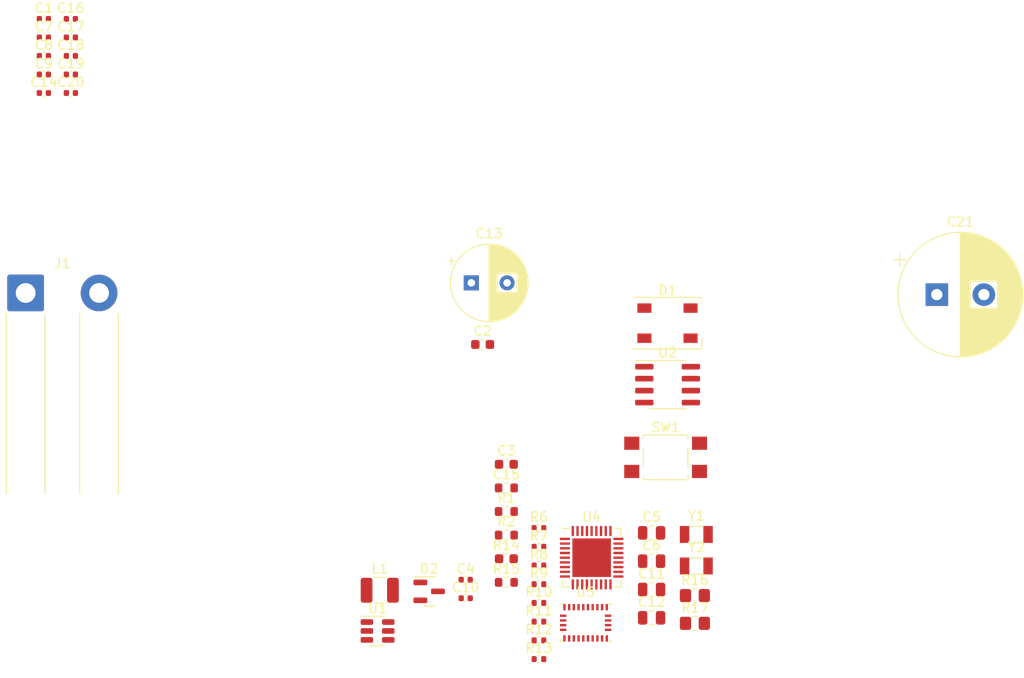
<source format=kicad_pcb>
(kicad_pcb (version 20221018) (generator pcbnew)
  (layers (0 "F.Cu" signal) (31 "B.Cu" signal) (34 "B.Paste" user) (35 "F.Paste" user) (36 "B.SilkS" user "B.Silkscreen") (37 "F.SilkS" user "F.Silkscreen") (38 "B.Mask" user) (39 "F.Mask" user) (44 "Edge.Cuts" user))
  (net 0 "")
  (net 1 "VCC")
  (net 2 "GND")
  (net 3 "Net-(U1-SW)")
  (net 4 "Net-(U1-CB)")
  (net 5 "+3.3V")
  (net 6 "Net-(U5-XIN32)")
  (net 7 "Net-(U5-CLKSEL1{slash}XOUT32)")
  (net 8 "Net-(U4-BOOT0)")
  (net 9 "Net-(U4-PD1)")
  (net 10 "Net-(U4-PD0)")
  (net 11 "Net-(D1-DIN)")
  (net 13 "/CAN+")
  (net 14 "/CAN-")
  (net 15 "Net-(U1-FB)")
  (net 16 "/MISO")
  (net 17 "Net-(U5-H_SDA{slash}MISO{slash}TX)")
  (net 18 "/SPICLK")
  (net 19 "Net-(U5-H_SCL{slash}SCLK{slash}RX)")
  (net 20 "/MOSI")
  (net 21 "Net-(U5-H_SA0{slash}MOSI)")
  (net 22 "Net-(U4-PA9)")
  (net 23 "/UART_TX")
  (net 24 "Net-(U4-PA12)")
  (net 25 "/CAN_TX")
  (net 26 "Net-(U4-PA7)")
  (net 27 "/UART_RX")
  (net 28 "Net-(U2-Rs)")
  (net 29 "Net-(R16-Pad2)")
  (net 30 "/CAN_RX")
  (net 32 "Net-(U4-NRST)")
  (net 38 "/ProtocolSel1")
  (net 39 "/ProtocolSel0")
  (net 41 "/SWDIO")
  (net 42 "/SWCLK")
  (net 44 "/SWO")
  (net 49 "Net-(U5-CAP)")
  (net 50 "/NRST")
  (net 51 "/~{IMU_INTR}")
  (footprint "Package_DFN_QFN:QFN-36-1EP_6x6mm_P0.5mm_EP4.1x4.1mm" (layer "F.Cu") (at 59.13 57.77)
    (fp_text reference "U4" (at 0 -4.32) (layer "F.SilkS"))
    (fp_text value "STM32F103T8Ux")
    (pad "1" smd roundrect (at -2.8375 -2) (size 1.075 0.25) (layers "F.Cu" "F.Paste" "F.Mask") (net 5 "+3.3V"))
    (pad "2" smd roundrect (at -2.8375 -1.5) (size 1.075 0.25) (layers "F.Cu" "F.Paste" "F.Mask") (net 10 "Net-(U4-PD0)"))
    (pad "3" smd roundrect (at -2.8375 -1) (size 1.075 0.25) (layers "F.Cu" "F.Paste" "F.Mask") (net 9 "Net-(U4-PD1)"))
    (pad "4" smd roundrect (at -2.8375 -0.5) (size 1.075 0.25) (layers "F.Cu" "F.Paste" "F.Mask") (net 32 "Net-(U4-NRST)"))
    (pad "5" smd roundrect (at -2.8375 0) (size 1.075 0.25) (layers "F.Cu" "F.Paste" "F.Mask") (net 2 "GND"))
    (pad "6" smd roundrect (at -2.8375 0.5) (size 1.075 0.25) (layers "F.Cu" "F.Paste" "F.Mask") (net 5 "+3.3V"))
    (pad "7" smd roundrect (at -2.8375 1) (size 1.075 0.25) (layers "F.Cu" "F.Paste" "F.Mask"))
    (pad "8" smd roundrect (at -2.8375 1.5) (size 1.075 0.25) (layers "F.Cu" "F.Paste" "F.Mask"))
    (pad "9" smd roundrect (at -2.8375 2) (size 1.075 0.25) (layers "F.Cu" "F.Paste" "F.Mask") (net 11 "Net-(D1-DIN)"))
    (pad "10" smd roundrect (at -2 2.8375) (size 0.25 1.075) (layers "F.Cu" "F.Paste" "F.Mask"))
    (pad "11" smd roundrect (at -1.5 2.8375) (size 0.25 1.075) (layers "F.Cu" "F.Paste" "F.Mask"))
    (pad "12" smd roundrect (at -1 2.8375) (size 0.25 1.075) (layers "F.Cu" "F.Paste" "F.Mask") (net 18 "/SPICLK"))
    (pad "13" smd roundrect (at -0.5 2.8375) (size 0.25 1.075) (layers "F.Cu" "F.Paste" "F.Mask") (net 16 "/MISO"))
    (pad "14" smd roundrect (at 0 2.8375) (size 0.25 1.075) (layers "F.Cu" "F.Paste" "F.Mask") (net 26 "Net-(U4-PA7)"))
    (pad "15" smd roundrect (at 0.5 2.8375) (size 0.25 1.075) (layers "F.Cu" "F.Paste" "F.Mask"))
    (pad "16" smd roundrect (at 1 2.8375) (size 0.25 1.075) (layers "F.Cu" "F.Paste" "F.Mask") (net 38 "/ProtocolSel1"))
    (pad "17" smd roundrect (at 1.5 2.8375) (size 0.25 1.075) (layers "F.Cu" "F.Paste" "F.Mask") (net 39 "/ProtocolSel0"))
    (pad "18" smd roundrect (at 2 2.8375) (size 0.25 1.075) (layers "F.Cu" "F.Paste" "F.Mask") (net 2 "GND"))
    (pad "19" smd roundrect (at 2.8375 2) (size 1.075 0.25) (layers "F.Cu" "F.Paste" "F.Mask") (net 5 "+3.3V"))
    (pad "20" smd roundrect (at 2.8375 1.5) (size 1.075 0.25) (layers "F.Cu" "F.Paste" "F.Mask"))
    (pad "21" smd roundrect (at 2.8375 1) (size 1.075 0.25) (layers "F.Cu" "F.Paste" "F.Mask") (net 22 "Net-(U4-PA9)"))
    (pad "22" smd roundrect (at 2.8375 0.5) (size 1.075 0.25) (layers "F.Cu" "F.Paste" "F.Mask") (net 27 "/UART_RX"))
    (pad "23" smd roundrect (at 2.8375 0) (size 1.075 0.25) (layers "F.Cu" "F.Paste" "F.Mask") (net 30 "/CAN_RX"))
    (pad "24" smd roundrect (at 2.8375 -0.5) (size 1.075 0.25) (layers "F.Cu" "F.Paste" "F.Mask") (net 24 "Net-(U4-PA12)"))
    (pad "25" smd roundrect (at 2.8375 -1) (size 1.075 0.25) (layers "F.Cu" "F.Paste" "F.Mask") (net 41 "/SWDIO"))
    (pad "26" smd roundrect (at 2.8375 -1.5) (size 1.075 0.25) (layers "F.Cu" "F.Paste" "F.Mask") (net 2 "GND"))
    (pad "27" smd roundrect (at 2.8375 -2) (size 1.075 0.25) (layers "F.Cu" "F.Paste" "F.Mask") (net 5 "+3.3V"))
    (pad "28" smd roundrect (at 2 -2.8375) (size 0.25 1.075) (layers "F.Cu" "F.Paste" "F.Mask") (net 42 "/SWCLK"))
    (pad "29" smd roundrect (at 1.5 -2.8375) (size 0.25 1.075) (layers "F.Cu" "F.Paste" "F.Mask"))
    (pad "30" smd roundrect (at 1 -2.8375) (size 0.25 1.075) (layers "F.Cu" "F.Paste" "F.Mask") (net 44 "/SWO"))
    (pad "31" smd roundrect (at 0.5 -2.8375) (size 0.25 1.075) (layers "F.Cu" "F.Paste" "F.Mask"))
    (pad "32" smd roundrect (at 0 -2.8375) (size 0.25 1.075) (layers "F.Cu" "F.Paste" "F.Mask"))
    (pad "33" smd roundrect (at -0.5 -2.8375) (size 0.25 1.075) (layers "F.Cu" "F.Paste" "F.Mask"))
    (pad "34" smd roundrect (at -1 -2.8375) (size 0.25 1.075) (layers "F.Cu" "F.Paste" "F.Mask"))
    (pad "35" smd roundrect (at -1.5 -2.8375) (size 0.25 1.075) (layers "F.Cu" "F.Paste" "F.Mask") (net 8 "Net-(U4-BOOT0)"))
    (pad "36" smd roundrect (at -2 -2.8375) (size 0.25 1.075) (layers "F.Cu" "F.Paste" "F.Mask") (net 2 "GND"))
    (pad "37" smd rect (at 0 0) (size 4.1 4.1) (layers "F.Cu" "F.Mask") (net 2 "GND"))
  )
  (footprint "Resistor_SMD:R_0603_1608Metric" (layer "F.Cu") (at 50.07 52.86)
    (fp_text reference "R1" (at 0 -1.43) (layer "F.SilkS"))
    (fp_text value "51k")
    (pad "1" smd roundrect (at -0.825 0) (size 0.8 0.95) (layers "F.Cu" "F.Paste" "F.Mask") (net 3 "Net-(U1-SW)"))
    (pad "2" smd roundrect (at 0.825 0) (size 0.8 0.95) (layers "F.Cu" "F.Paste" "F.Mask") (net 15 "Net-(U1-FB)"))
  )
  (footprint "Crystal:Crystal_SMD_3215-2Pin_3.2x1.5mm" (layer "F.Cu") (at 70.25 58.65)
    (fp_text reference "Y2" (at 0 -2) (layer "F.SilkS"))
    (fp_text value "STMCRYSTAL")
    (pad "1" smd rect (at 1.25 0) (size 1 1.8) (layers "F.Cu" "F.Paste" "F.Mask") (net 10 "Net-(U4-PD0)"))
    (pad "2" smd rect (at -1.25 0) (size 1 1.8) (layers "F.Cu" "F.Paste" "F.Mask") (net 9 "Net-(U4-PD1)"))
  )
  (footprint "Capacitor_SMD:C_0402_1005Metric" (layer "F.Cu") (at 0.935 8.365)
    (fp_text reference "C14" (at 0 -1.16) (layer "F.SilkS"))
    (fp_text value "100nF")
    (pad "1" smd roundrect (at -0.48 0) (size 0.56 0.62) (layers "F.Cu" "F.Paste" "F.Mask") (net 2 "GND"))
    (pad "2" smd roundrect (at 0.48 0) (size 0.56 0.62) (layers "F.Cu" "F.Paste" "F.Mask") (net 32 "Net-(U4-NRST)"))
  )
  (footprint "Package_TO_SOT_SMD:SOT-23" (layer "F.Cu") (at 41.87 61.35)
    (fp_text reference "D2" (at 0 -2.4) (layer "F.SilkS"))
    (fp_text value "NUP2105L")
    (pad "1" smd roundrect (at -0.9375 -0.95) (size 1.475 0.6) (layers "F.Cu" "F.Paste" "F.Mask") (net 13 "/CAN+"))
    (pad "2" smd roundrect (at -0.9375 0.95) (size 1.475 0.6) (layers "F.Cu" "F.Paste" "F.Mask") (net 14 "/CAN-"))
    (pad "3" smd roundrect (at 0.9375 0) (size 1.475 0.6) (layers "F.Cu" "F.Paste" "F.Mask") (net 2 "GND"))
  )
  (footprint "LED_SMD:LED_SK6812_PLCC4_5.0x5.0mm_P3.2mm" (layer "F.Cu") (at 67.185 32.835)
    (fp_text reference "D1" (at 0 -3.5) (layer "F.SilkS"))
    (fp_text value "SK6812")
    (pad "1" smd rect (at 2.45 1.6) (size 1.5 1) (layers "F.Cu" "F.Paste" "F.Mask") (net 2 "GND"))
    (pad "2" smd rect (at 2.45 -1.6) (size 1.5 1) (layers "F.Cu" "F.Paste" "F.Mask") (net 11 "Net-(D1-DIN)"))
    (pad "3" smd rect (at -2.45 -1.6) (size 1.5 1) (layers "F.Cu" "F.Paste" "F.Mask") (net 5 "+3.3V"))
    (pad "4" smd rect (at -2.45 1.6) (size 1.5 1) (layers "F.Cu" "F.Paste" "F.Mask"))
  )
  (footprint "Package_SO:SOIC-8_3.9x4.9mm_P1.27mm" (layer "F.Cu") (at 67.2 39.37)
    (fp_text reference "U2" (at 0 -3.4) (layer "F.SilkS"))
    (fp_text value "SN65HVD230")
    (pad "1" smd roundrect (at -2.475 -1.905) (size 1.95 0.6) (layers "F.Cu" "F.Paste" "F.Mask") (net 25 "/CAN_TX"))
    (pad "2" smd roundrect (at -2.475 -0.635) (size 1.95 0.6) (layers "F.Cu" "F.Paste" "F.Mask") (net 2 "GND"))
    (pad "3" smd roundrect (at -2.475 0.635) (size 1.95 0.6) (layers "F.Cu" "F.Paste" "F.Mask") (net 5 "+3.3V"))
    (pad "4" smd roundrect (at -2.475 1.905) (size 1.95 0.6) (layers "F.Cu" "F.Paste" "F.Mask") (net 30 "/CAN_RX"))
    (pad "5" smd roundrect (at 2.475 1.905) (size 1.95 0.6) (layers "F.Cu" "F.Paste" "F.Mask"))
    (pad "6" smd roundrect (at 2.475 0.635) (size 1.95 0.6) (layers "F.Cu" "F.Paste" "F.Mask") (net 14 "/CAN-"))
    (pad "7" smd roundrect (at 2.475 -0.635) (size 1.95 0.6) (layers "F.Cu" "F.Paste" "F.Mask") (net 13 "/CAN+"))
    (pad "8" smd roundrect (at 2.475 -1.905) (size 1.95 0.6) (layers "F.Cu" "F.Paste" "F.Mask") (net 28 "Net-(U2-Rs)"))
  )
  (footprint "Package_TO_SOT_SMD:SOT-23-6" (layer "F.Cu") (at 36.39 65.56)
    (fp_text reference "U1" (at 0 -2.4) (layer "F.SilkS"))
    (fp_text value "TPS560430X3FDBVR")
    (pad "1" smd roundrect (at -1.1375 -0.95) (size 1.325 0.6) (layers "F.Cu" "F.Paste" "F.Mask") (net 4 "Net-(U1-CB)"))
    (pad "2" smd roundrect (at -1.1375 0) (size 1.325 0.6) (layers "F.Cu" "F.Paste" "F.Mask") (net 2 "GND"))
    (pad "3" smd roundrect (at -1.1375 0.95) (size 1.325 0.6) (layers "F.Cu" "F.Paste" "F.Mask") (net 15 "Net-(U1-FB)"))
    (pad "4" smd roundrect (at 1.1375 0.95) (size 1.325 0.6) (layers "F.Cu" "F.Paste" "F.Mask") (net 1 "VCC"))
    (pad "5" smd roundrect (at 1.1375 0) (size 1.325 0.6) (layers "F.Cu" "F.Paste" "F.Mask") (net 1 "VCC"))
    (pad "6" smd roundrect (at 1.1375 -0.95) (size 1.325 0.6) (layers "F.Cu" "F.Paste" "F.Mask") (net 3 "Net-(U1-SW)"))
  )
  (footprint "Resistor_SMD:R_0402_1005Metric" (layer "F.Cu") (at 53.53 62.58)
    (fp_text reference "R10" (at 0 -1.17) (layer "F.SilkS"))
    (fp_text value "0")
    (pad "1" smd roundrect (at -0.51 0) (size 0.54 0.64) (layers "F.Cu" "F.Paste" "F.Mask") (net 24 "Net-(U4-PA12)"))
    (pad "2" smd roundrect (at 0.51 0) (size 0.54 0.64) (layers "F.Cu" "F.Paste" "F.Mask") (net 25 "/CAN_TX"))
  )
  (footprint "Resistor_SMD:R_0402_1005Metric" (layer "F.Cu") (at 53.53 56.61)
    (fp_text reference "R7" (at 0 -1.17) (layer "F.SilkS"))
    (fp_text value "0")
    (pad "1" smd roundrect (at -0.51 0) (size 0.54 0.64) (layers "F.Cu" "F.Paste" "F.Mask") (net 18 "/SPICLK"))
    (pad "2" smd roundrect (at 0.51 0) (size 0.54 0.64) (layers "F.Cu" "F.Paste" "F.Mask") (net 19 "Net-(U5-H_SCL{slash}SCLK{slash}RX)"))
  )
  (footprint "Resistor_SMD:R_0805_2012Metric_Pad1.20x1.40mm_HandSolder" (layer "F.Cu") (at 70.1 61.8)
    (fp_text reference "R16" (at 0 -1.65) (layer "F.SilkS"))
    (fp_text value "56")
    (pad "1" smd roundrect (at -1 0) (size 1.2 1.4) (layers "F.Cu" "F.Paste" "F.Mask") (roundrect_rratio 0.208333) (net 13 "/CAN+"))
    (pad "2" smd roundrect (at 1 0) (size 1.2 1.4) (layers "F.Cu" "F.Paste" "F.Mask") (roundrect_rratio 0.208333) (net 29 "Net-(R16-Pad2)"))
  )
  (footprint "Resistor_SMD:R_0805_2012Metric_Pad1.20x1.40mm_HandSolder" (layer "F.Cu") (at 70.1 64.75)
    (fp_text reference "R17" (at 0 -1.65) (layer "F.SilkS"))
    (fp_text value "56")
    (pad "1" smd roundrect (at -1 0) (size 1.2 1.4) (layers "F.Cu" "F.Paste" "F.Mask") (roundrect_rratio 0.208333) (net 29 "Net-(R16-Pad2)"))
    (pad "2" smd roundrect (at 1 0) (size 1.2 1.4) (layers "F.Cu" "F.Paste" "F.Mask") (roundrect_rratio 0.208333) (net 14 "/CAN-"))
  )
  (footprint "Capacitor_SMD:C_0603_1608Metric" (layer "F.Cu") (at 47.55 35.1)
    (fp_text reference "C2" (at 0 -1.43) (layer "F.SilkS"))
    (fp_text value "2.2uF")
    (pad "1" smd roundrect (at -0.775 0) (size 0.9 0.95) (layers "F.Cu" "F.Paste" "F.Mask") (net 1 "VCC"))
    (pad "2" smd roundrect (at 0.775 0) (size 0.9 0.95) (layers "F.Cu" "F.Paste" "F.Mask") (net 2 "GND"))
  )
  (footprint "Capacitor_SMD:C_0402_1005Metric" (layer "F.Cu") (at 3.805 2.455)
    (fp_text reference "C17" (at 0 -1.16) (layer "F.SilkS"))
    (fp_text value "100nF")
    (pad "1" smd roundrect (at -0.48 0) (size 0.56 0.62) (layers "F.Cu" "F.Paste" "F.Mask") (net 5 "+3.3V"))
    (pad "2" smd roundrect (at 0.48 0) (size 0.56 0.62) (layers "F.Cu" "F.Paste" "F.Mask") (net 2 "GND"))
  )
  (footprint "Resistor_SMD:R_0402_1005Metric" (layer "F.Cu") (at 53.53 66.56)
    (fp_text reference "R12" (at 0 -1.17) (layer "F.SilkS"))
    (fp_text value "0")
    (pad "1" smd roundrect (at -0.51 0) (size 0.54 0.64) (layers "F.Cu" "F.Paste" "F.Mask") (net 23 "/UART_TX"))
    (pad "2" smd roundrect (at 0.51 0) (size 0.54 0.64) (layers "F.Cu" "F.Paste" "F.Mask") (net 18 "/SPICLK"))
  )
  (footprint "Package_LGA:LGA-28_5.2x3.8mm_P0.5mm" (layer "F.Cu") (at 58.49 64.69)
    (fp_text reference "U5" (at 0 -3.25) (layer "F.SilkS"))
    (fp_text value "BNO085")
    (pad "1" smd rect (at -2.25 -1.6625) (size 0.254 0.675) (layers "F.Cu" "F.Paste" "F.Mask"))
    (pad "2" smd rect (at -2.3875 -0.75 90) (size 0.254 0.675) (layers "F.Cu" "F.Paste" "F.Mask") (net 2 "GND"))
    (pad "3" smd rect (at -2.3875 -0.25 90) (size 0.254 0.675) (layers "F.Cu" "F.Paste" "F.Mask") (net 5 "+3.3V"))
    (pad "4" smd rect (at -2.3875 0.25 90) (size 0.254 0.675) (layers "F.Cu" "F.Paste" "F.Mask") (net 5 "+3.3V"))
    (pad "5" smd rect (at -2.3875 0.75 90) (size 0.254 0.675) (layers "F.Cu" "F.Paste" "F.Mask") (net 38 "/ProtocolSel1"))
    (pad "6" smd rect (at -2.25 1.6625) (size 0.254 0.675) (layers "F.Cu" "F.Paste" "F.Mask") (net 39 "/ProtocolSel0"))
    (pad "7" smd rect (at -1.75 1.6625) (size 0.254 0.675) (layers "F.Cu" "F.Paste" "F.Mask"))
    (pad "8" smd rect (at -1.25 1.6625) (size 0.254 0.675) (layers "F.Cu" "F.Paste" "F.Mask"))
    (pad "9" smd rect (at -0.75 1.6625) (size 0.254 0.675) (layers "F.Cu" "F.Paste" "F.Mask") (net 49 "Net-(U5-CAP)"))
    (pad "10" smd rect (at -0.25 1.6625) (size 0.254 0.675) (layers "F.Cu" "F.Paste" "F.Mask") (net 2 "GND"))
    (pad "11" smd rect (at 0.25 1.6625) (size 0.254 0.675) (layers "F.Cu" "F.Paste" "F.Mask") (net 50 "/NRST"))
    (pad "12" smd rect (at 0.75 1.6625) (size 0.254 0.675) (layers "F.Cu" "F.Paste" "F.Mask"))
    (pad "13" smd rect (at 1.25 1.6625) (size 0.254 0.675) (layers "F.Cu" "F.Paste" "F.Mask"))
    (pad "14" smd rect (at 1.75 1.6625) (size 0.254 0.675) (layers "F.Cu" "F.Paste" "F.Mask") (net 51 "/~{IMU_INTR}"))
    (pad "15" smd rect (at 2.25 1.6625) (size 0.254 0.675) (layers "F.Cu" "F.Paste" "F.Mask"))
    (pad "16" smd rect (at 2.3875 0.75 90) (size 0.254 0.675) (layers "F.Cu" "F.Paste" "F.Mask"))
    (pad "17" smd rect (at 2.3875 0.25 90) (size 0.254 0.675) (layers "F.Cu" "F.Paste" "F.Mask") (net 21 "Net-(U5-H_SA0{slash}MOSI)"))
    (pad "18" smd rect (at 2.3875 -0.25 90) (size 0.254 0.675) (layers "F.Cu" "F.Paste" "F.Mask"))
    (pad "19" smd rect (at 2.3875 -0.75 90) (size 0.254 0.675) (layers "F.Cu" "F.Paste" "F.Mask") (net 19 "Net-(U5-H_SCL{slash}SCLK{slash}RX)"))
    (pad "20" smd rect (at 2.25 -1.6625) (size 0.254 0.675) (layers "F.Cu" "F.Paste" "F.Mask") (net 17 "Net-(U5-H_SDA{slash}MISO{slash}TX)"))
    (pad "21" smd rect (at 1.75 -1.6625) (size 0.254 0.675) (layers "F.Cu" "F.Paste" "F.Mask"))
    (pad "22" smd rect (at 1.25 -1.6625) (size 0.254 0.675) (layers "F.Cu" "F.Paste" "F.Mask"))
    (pad "23" smd rect (at 0.75 -1.6625) (size 0.254 0.675) (layers "F.Cu" "F.Paste" "F.Mask"))
    (pad "24" smd rect (at 0.25 -1.6625) (size 0.254 0.675) (layers "F.Cu" "F.Paste" "F.Mask"))
    (pad "25" smd rect (at -0.25 -1.6625) (size 0.254 0.675) (layers "F.Cu" "F.Paste" "F.Mask") (net 2 "GND"))
    (pad "26" smd rect (at -0.75 -1.6625) (size 0.254 0.675) (layers "F.Cu" "F.Paste" "F.Mask"))
    (pad "27" smd rect (at -1.25 -1.6625) (size 0.254 0.675) (layers "F.Cu" "F.Paste" "F.Mask") (net 6 "Net-(U5-XIN32)"))
    (pad "28" smd rect (at -1.75 -1.6625) (size 0.254 0.675) (layers "F.Cu" "F.Paste" "F.Mask") (net 5 "+3.3V"))
  )
  (footprint "Capacitor_THT:CP_Radial_D8.0mm_P3.80mm" (layer "F.Cu") (at 46.347349 28.55)
    (fp_text reference "C13" (at 1.9 -5.25) (layer "F.SilkS"))
    (fp_text value "Bulk")
    (pad "1" thru_hole rect (at 0 0) (size 1.6 1.6) (drill 0.8) (layers "*.Cu" "*.Mask") (net 1 "VCC"))
    (pad "2" thru_hole circle (at 3.8 0) (size 1.6 1.6) (drill 0.8) (layers "*.Cu" "*.Mask") (net 2 "GND"))
  )
  (footprint "Capacitor_SMD:C_0805_2012Metric" (layer "F.Cu") (at 65.5 58.14)
    (fp_text reference "C6" (at 0 -1.68) (layer "F.SilkS"))
    (fp_text value "22pF")
    (pad "1" smd roundrect (at -0.95 0) (size 1 1.45) (layers "F.Cu" "F.Paste" "F.Mask") (net 7 "Net-(U5-CLKSEL1{slash}XOUT32)"))
    (pad "2" smd roundrect (at 0.95 0) (size 1 1.45) (layers "F.Cu" "F.Paste" "F.Mask") (net 2 "GND"))
  )
  (footprint "Resistor_SMD:R_0402_1005Metric" (layer "F.Cu") (at 53.53 60.59)
    (fp_text reference "R9" (at 0 -1.17) (layer "F.SilkS"))
    (fp_text value "0")
    (pad "1" smd roundrect (at -0.51 0) (size 0.54 0.64) (layers "F.Cu" "F.Paste" "F.Mask") (net 22 "Net-(U4-PA9)"))
    (pad "2" smd roundrect (at 0.51 0) (size 0.54 0.64) (layers "F.Cu" "F.Paste" "F.Mask") (net 23 "/UART_TX"))
  )
  (footprint "Crystal:Crystal_SMD_3215-2Pin_3.2x1.5mm" (layer "F.Cu") (at 70.25 55.3)
    (fp_text reference "Y1" (at 0 -2) (layer "F.SilkS"))
    (fp_text value "G43270019")
    (pad "1" smd rect (at 1.25 0) (size 1 1.8) (layers "F.Cu" "F.Paste" "F.Mask") (net 7 "Net-(U5-CLKSEL1{slash}XOUT32)"))
    (pad "2" smd rect (at -1.25 0) (size 1 1.8) (layers "F.Cu" "F.Paste" "F.Mask") (net 6 "Net-(U5-XIN32)"))
  )
  (footprint "Capacitor_SMD:C_0603_1608Metric" (layer "F.Cu") (at 50.07 47.84)
    (fp_text reference "C3" (at 0 -1.43) (layer "F.SilkS"))
    (fp_text value "100nF")
    (pad "1" smd roundrect (at -0.775 0) (size 0.9 0.95) (layers "F.Cu" "F.Paste" "F.Mask") (net 3 "Net-(U1-SW)"))
    (pad "2" smd roundrect (at 0.775 0) (size 0.9 0.95) (layers "F.Cu" "F.Paste" "F.Mask") (net 4 "Net-(U1-CB)"))
  )
  (footprint "Capacitor_SMD:C_0805_2012Metric" (layer "F.Cu") (at 65.5 55.13)
    (fp_text reference "C5" (at 0 -1.68) (layer "F.SilkS"))
    (fp_text value "22pF")
    (pad "1" smd roundrect (at -0.95 0) (size 1 1.45) (layers "F.Cu" "F.Paste" "F.Mask") (net 6 "Net-(U5-XIN32)"))
    (pad "2" smd roundrect (at 0.95 0) (size 1 1.45) (layers "F.Cu" "F.Paste" "F.Mask") (net 2 "GND"))
  )
  (footprint "Capacitor_SMD:C_0402_1005Metric" (layer "F.Cu") (at 0.935 2.455)
    (fp_text reference "C7" (at 0 -1.16) (layer "F.SilkS"))
    (fp_text value "100nF")
    (pad "1" smd roundrect (at -0.48 0) (size 0.56 0.62) (layers "F.Cu" "F.Paste" "F.Mask") (net 2 "GND"))
    (pad "2" smd roundrect (at 0.48 0) (size 0.56 0.62) (layers "F.Cu" "F.Paste" "F.Mask") (net 49 "Net-(U5-CAP)"))
  )
  (footprint "Inductor_SMD:L_1210_3225Metric" (layer "F.Cu") (at 36.62 61.23)
    (fp_text reference "L1" (at 0 -2.28) (layer "F.SilkS"))
    (fp_text value "12uH")
    (pad "1" smd roundrect (at -1.4 0) (size 1.25 2.65) (layers "F.Cu" "F.Paste" "F.Mask") (roundrect_rratio 0.2) (net 3 "Net-(U1-SW)"))
    (pad "2" smd roundrect (at 1.4 0) (size 1.25 2.65) (layers "F.Cu" "F.Paste" "F.Mask") (roundrect_rratio 0.2) (net 5 "+3.3V"))
  )
  (footprint "Capacitor_THT:CP_Radial_D13.0mm_P5.00mm" (layer "F.Cu") (at 95.8 29.8)
    (fp_text reference "C21" (at 2.5 -7.75) (layer "F.SilkS"))
    (fp_text value "Super")
    (pad "1" thru_hole rect (at 0 0) (size 2.4 2.4) (drill 1.2) (layers "*.Cu" "*.Mask") (net 5 "+3.3V"))
    (pad "2" thru_hole circle (at 5 0) (size 2.4 2.4) (drill 1.2) (layers "*.Cu" "*.Mask") (net 2 "GND"))
  )
  (footprint "Connector_Wire:SolderWire-1.5sqmm_1x02_P7.8mm_D1.7mm_OD3.9mm_Relief" (layer "F.Cu") (at -1 29.625)
    (fp_text reference "J1" (at 3.9 -3.15) (layer "F.SilkS"))
    (fp_text value "CANConn")
    (pad "" np_thru_hole circle (at 0 23.4) (size 4.4 4.4) (drill 4.4) (layers "*.Cu" "*.Mask"))
    (pad "" np_thru_hole circle (at 7.8 23.4) (size 4.4 4.4) (drill 4.4) (layers "*.Cu" "*.Mask"))
    (pad "1" thru_hole roundrect (at 0 0) (size 3.9 3.9) (drill 2.1) (layers "*.Cu" "*.Mask") (roundrect_rratio 0.064103) (net 13 "/CAN+"))
    (pad "2" thru_hole circle (at 7.8 0) (size 3.9 3.9) (drill 2.1) (layers "*.Cu" "*.Mask") (net 14 "/CAN-"))
  )
  (footprint "Resistor_SMD:R_0402_1005Metric" (layer "F.Cu") (at 53.53 64.57)
    (fp_text reference "R11" (at 0 -1.17) (layer "F.SilkS"))
    (fp_text value "0")
    (pad "1" smd roundrect (at -0.51 0) (size 0.54 0.64) (layers "F.Cu" "F.Paste" "F.Mask") (net 26 "Net-(U4-PA7)"))
    (pad "2" smd roundrect (at 0.51 0) (size 0.54 0.64) (layers "F.Cu" "F.Paste" "F.Mask") (net 20 "/MOSI"))
  )
  (footprint "Capacitor_SMD:C_0402_1005Metric" (layer "F.Cu") (at 0.935 0.485)
    (fp_text reference "C1" (at 0 -1.16) (layer "F.SilkS"))
    (fp_text value "100nF")
    (pad "1" smd roundrect (at -0.48 0) (size 0.56 0.62) (layers "F.Cu" "F.Paste" "F.Mask") (net 5 "+3.3V"))
    (pad "2" smd roundrect (at 0.48 0) (size 0.56 0.62) (layers "F.Cu" "F.Paste" "F.Mask") (net 2 "GND"))
  )
  (footprint "Capacitor_SMD:C_0805_2012Metric" (layer "F.Cu") (at 65.5 64.16)
    (fp_text reference "C12" (at 0 -1.68) (layer "F.SilkS"))
    (fp_text value "22pF")
    (pad "1" smd roundrect (at -0.95 0) (size 1 1.45) (layers "F.Cu" "F.Paste" "F.Mask") (net 10 "Net-(U4-PD0)"))
    (pad "2" smd roundrect (at 0.95 0) (size 1 1.45) (layers "F.Cu" "F.Paste" "F.Mask") (net 2 "GND"))
  )
  (footprint "Resistor_SMD:R_0402_1005Metric" (layer "F.Cu") (at 53.53 68.55)
    (fp_text reference "R13" (at 0 -1.17) (layer "F.SilkS"))
    (fp_text value "0")
    (pad "1" smd roundrect (at -0.51 0) (size 0.54 0.64) (layers "F.Cu" "F.Paste" "F.Mask") (net 16 "/MISO"))
    (pad "2" smd roundrect (at 0.51 0) (size 0.54 0.64) (layers "F.Cu" "F.Paste" "F.Mask") (net 27 "/UART_RX"))
  )
  (footprint "Resistor_SMD:R_0603_1608Metric" (layer "F.Cu") (at 50.07 50.35)
    (fp_text reference "C15" (at 0 -1.43) (layer "F.SilkS"))
    (fp_text value "1uF")
    (pad "1" smd roundrect (at -0.825 0) (size 0.8 0.95) (layers "F.Cu" "F.Paste" "F.Mask") (net 5 "+3.3V"))
    (pad "2" smd roundrect (at 0.825 0) (size 0.8 0.95) (layers "F.Cu" "F.Paste" "F.Mask") (net 2 "GND"))
  )
  (footprint "Capacitor_SMD:C_0402_1005Metric" (layer "F.Cu") (at 3.805 0.485)
    (fp_text reference "C16" (at 0 -1.16) (layer "F.SilkS"))
    (fp_text value "100nF")
    (pad "1" smd roundrect (at -0.48 0) (size 0.56 0.62) (layers "F.Cu" "F.Paste" "F.Mask") (net 5 "+3.3V"))
    (pad "2" smd roundrect (at 0.48 0) (size 0.56 0.62) (layers "F.Cu" "F.Paste" "F.Mask") (net 2 "GND"))
  )
  (footprint "Button_Switch_SMD:SW_SPST_TL3305A" (layer "F.Cu") (at 66.99 47.1)
    (fp_text reference "SW1" (at 0 -3.2) (layer "F.SilkS"))
    (fp_text value "RST")
    (pad "1" smd rect (at -3.6 -1.5) (size 1.6 1.4) (layers "F.Cu" "F.Paste" "F.Mask") (net 2 "GND"))
    (pad "1" smd rect (at 3.6 -1.5) (size 1.6 1.4) (layers "F.Cu" "F.Paste" "F.Mask") (net 2 "GND"))
    (pad "2" smd rect (at -3.6 1.5) (size 1.6 1.4) (layers "F.Cu" "F.Paste" "F.Mask") (net 8 "Net-(U4-BOOT0)"))
    (pad "2" smd rect (at 3.6 1.5) (size 1.6 1.4) (layers "F.Cu" "F.Paste" "F.Mask") (net 8 "Net-(U4-BOOT0)"))
  )
  (footprint "Resistor_SMD:R_0603_1608Metric" (layer "F.Cu") (at 50.07 60.39)
    (fp_text reference "R15" (at 0 -1.43) (layer "F.SilkS"))
    (fp_text value "100k")
    (pad "1" smd roundrect (at -0.825 0) (size 0.8 0.95) (layers "F.Cu" "F.Paste" "F.Mask") (net 2 "GND"))
    (pad "2" smd roundrect (at 0.825 0) (size 0.8 0.95) (layers "F.Cu" "F.Paste" "F.Mask") (net 28 "Net-(U2-Rs)"))
  )
  (footprint "Resistor_SMD:R_0402_1005Metric" (layer "F.Cu") (at 53.53 54.62)
    (fp_text reference "R6" (at 0 -1.17) (layer "F.SilkS"))
    (fp_text value "0")
    (pad "1" smd roundrect (at -0.51 0) (size 0.54 0.64) (layers "F.Cu" "F.Paste" "F.Mask") (net 16 "/MISO"))
    (pad "2" smd roundrect (at 0.51 0) (size 0.54 0.64) (layers "F.Cu" "F.Paste" "F.Mask") (net 17 "Net-(U5-H_SDA{slash}MISO{slash}TX)"))
  )
  (footprint "Capacitor_SMD:C_0805_2012Metric" (layer "F.Cu") (at 65.5 61.15)
    (fp_text reference "C11" (at 0 -1.68) (layer "F.SilkS"))
    (fp_text value "22pF")
    (pad "1" smd roundrect (at -0.95 0) (size 1 1.45) (layers "F.Cu" "F.Paste" "F.Mask") (net 9 "Net-(U4-PD1)"))
    (pad "2" smd roundrect (at 0.95 0) (size 1 1.45) (layers "F.Cu" "F.Paste" "F.Mask") (net 2 "GND"))
  )
  (footprint "Capacitor_SMD:C_0402_1005Metric" (layer "F.Cu") (at 45.75 60.11)
    (fp_text reference "C4" (at 0 -1.16) (layer "F.SilkS"))
    (fp_text value "22uF")
    (pad "1" smd roundrect (at -0.48 0) (size 0.56 0.62) (layers "F.Cu" "F.Paste" "F.Mask") (net 5 "+3.3V"))
    (pad "2" smd roundrect (at 0.48 0) (size 0.56 0.62) (layers "F.Cu" "F.Paste" "F.Mask") (net 2 "GND"))
  )
  (footprint "Resistor_SMD:R_0402_1005Metric" (layer "F.Cu") (at 53.53 58.6)
    (fp_text reference "R8" (at 0 -1.17) (layer "F.SilkS"))
    (fp_text value "0")
    (pad "1" smd roundrect (at -0.51 0) (size 0.54 0.64) (layers "F.Cu" "F.Paste" "F.Mask") (net 20 "/MOSI"))
    (pad "2" smd roundrect (at 0.51 0) (size 0.54 0.64) (layers "F.Cu" "F.Paste" "F.Mask") (net 21 "Net-(U5-H_SA0{slash}MOSI)"))
  )
  (footprint "Capacitor_SMD:C_0402_1005Metric" (layer "F.Cu") (at 3.805 6.395)
    (fp_text reference "C19" (at 0 -1.16) (layer "F.SilkS"))
    (fp_text value "100nF")
    (pad "1" smd roundrect (at -0.48 0) (size 0.56 0.62) (layers "F.Cu" "F.Paste" "F.Mask") (net 5 "+3.3V"))
    (pad "2" smd roundrect (at 0.48 0) (size 0.56 0.62) (layers "F.Cu" "F.Paste" "F.Mask") (net 2 "GND"))
  )
  (footprint "Capacitor_SMD:C_0402_1005Metric" (layer "F.Cu") (at 0.935 6.395)
    (fp_text reference "C9" (at 0 -1.16) (layer "F.SilkS"))
    (fp_text value "1uF")
    (pad "1" smd roundrect (at -0.48 0) (size 0.56 0.62) (layers "F.Cu" "F.Paste" "F.Mask") (net 5 "+3.3V"))
    (pad "2" smd roundrect (at 0.48 0) (size 0.56 0.62) (layers "F.Cu" "F.Paste" "F.Mask") (net 2 "GND"))
  )
  (footprint "Resistor_SMD:R_0603_1608Metric" (layer "F.Cu") (at 50.07 55.37)
    (fp_text reference "R2" (at 0 -1.43) (layer "F.SilkS"))
    (fp_text value "22.1k")
    (pad "1" smd roundrect (at -0.825 0) (size 0.8 0.95) (layers "F.Cu" "F.Paste" "F.Mask") (net 15 "Net-(U1-FB)"))
    (pad "2" smd roundrect (at 0.825 0) (size 0.8 0.95) (layers "F.Cu" "F.Paste" "F.Mask") (net 2 "GND"))
  )
  (footprint "Capacitor_SMD:C_0402_1005Metric" (layer "F.Cu") (at 45.75 62.08)
    (fp_text reference "C10" (at 0 -1.16) (layer "F.SilkS"))
    (fp_text value "100nF")
    (pad "1" smd roundrect (at -0.48 0) (size 0.56 0.62) (layers "F.Cu" "F.Paste" "F.Mask") (net 8 "Net-(U4-BOOT0)"))
    (pad "2" smd roundrect (at 0.48 0) (size 0.56 0.62) (layers "F.Cu" "F.Paste" "F.Mask") (net 2 "GND"))
  )
  (footprint "Capacitor_SMD:C_0603_1608Metric" (layer "F.Cu") (at 50.07 57.88)
    (fp_text reference "R14" (at 0 -1.43) (layer "F.SilkS"))
    (fp_text value "10k")
    (pad "1" smd roundrect (at -0.775 0) (size 0.9 0.95) (layers "F.Cu" "F.Paste" "F.Mask") (net 8 "Net-(U4-BOOT0)"))
    (pad "2" smd roundrect (at 0.775 0) (size 0.9 0.95) (layers "F.Cu" "F.Paste" "F.Mask") (net 5 "+3.3V"))
  )
  (footprint "Capacitor_SMD:C_0402_1005Metric" (layer "F.Cu") (at 3.805 4.425)
    (fp_text reference "C18" (at 0 -1.16) (layer "F.SilkS"))
    (fp_text value "100nF")
    (pad "1" smd roundrect (at -0.48 0) (size 0.56 0.62) (layers "F.Cu" "F.Paste" "F.Mask") (net 5 "+3.3V"))
    (pad "2" smd roundrect (at 0.48 0) (size 0.56 0.62) (layers "F.Cu" "F.Paste" "F.Mask") (net 2 "GND"))
  )
  (footprint "Capacitor_SMD:C_0402_1005Metric" (layer "F.Cu") (at 3.805 8.365)
    (fp_text reference "C20" (at 0 -1.16) (layer "F.SilkS"))
    (fp_text value "100nF")
    (pad "1" smd roundrect (at -0.48 0) (size 0.56 0.62) (layers "F.Cu" "F.Paste" "F.Mask") (net 2 "GND"))
    (pad "2" smd roundrect (at 0.48 0) (size 0.56 0.62) (layers "F.Cu" "F.Paste" "F.Mask") (net 5 "+3.3V"))
  )
  (footprint "Capacitor_SMD:C_0402_1005Metric" (layer "F.Cu") (at 0.935 4.425)
    (fp_text reference "C8" (at 0 -1.16) (layer "F.SilkS"))
    (fp_text value "100nF")
    (pad "1" smd roundrect (at -0.48 0) (size 0.56 0.62) (layers "F.Cu" "F.Paste" "F.Mask") (net 5 "+3.3V"))
    (pad "2" smd roundrect (at 0.48 0) (size 0.56 0.62) (layers "F.Cu" "F.Paste" "F.Mask") (net 2 "GND"))
  )
)
</source>
